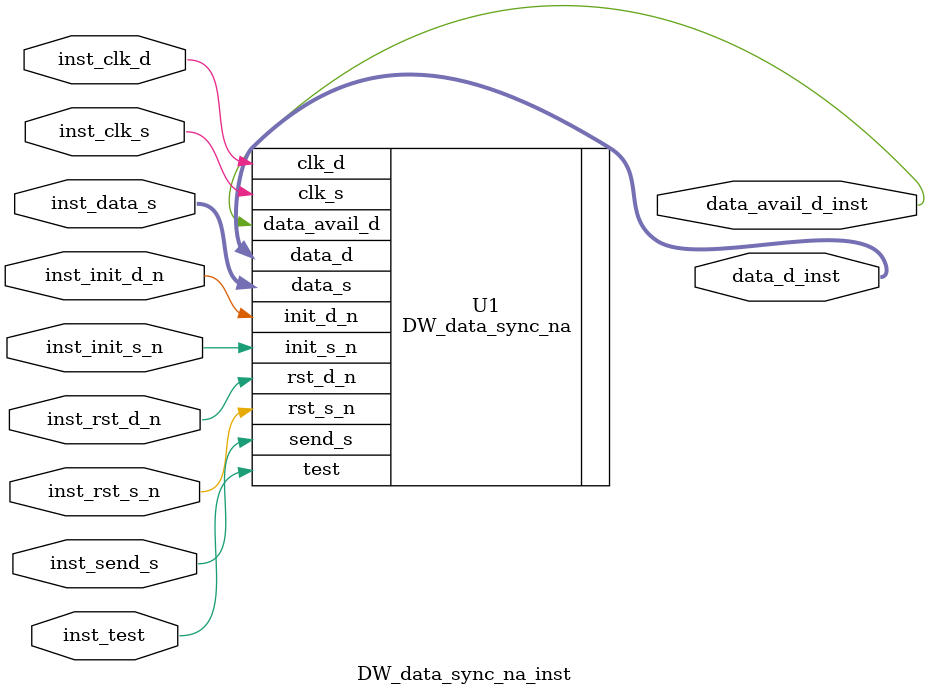
<source format=v>
module DW_data_sync_na_inst( inst_clk_s, inst_rst_s_n, inst_init_s_n, inst_send_s, inst_data_s, 
		inst_clk_d, inst_rst_d_n, inst_init_d_n, inst_test, data_avail_d_inst, 
		data_d_inst );

parameter width = 8;
parameter f_sync_type = 2;
parameter tst_mode = 0;
parameter verif_en = 2;


input inst_clk_s;
input inst_rst_s_n;
input inst_init_s_n;
input inst_send_s;
input [width-1 : 0] inst_data_s;
input inst_clk_d;
input inst_rst_d_n;
input inst_init_d_n;
input inst_test;
output data_avail_d_inst;
output [width-1 : 0] data_d_inst;

    // Instance of DW_data_sync_na
    DW_data_sync_na #(width, f_sync_type, tst_mode, verif_en)
	  U1 ( .clk_s(inst_clk_s), .rst_s_n(inst_rst_s_n), 
.init_s_n(inst_init_s_n), .send_s(inst_send_s), .data_s(inst_data_s), 
.clk_d(inst_clk_d), .rst_d_n(inst_rst_d_n), .init_d_n(inst_init_d_n), 
.test(inst_test), .data_avail_d(data_avail_d_inst), .data_d(data_d_inst) );

endmodule


</source>
